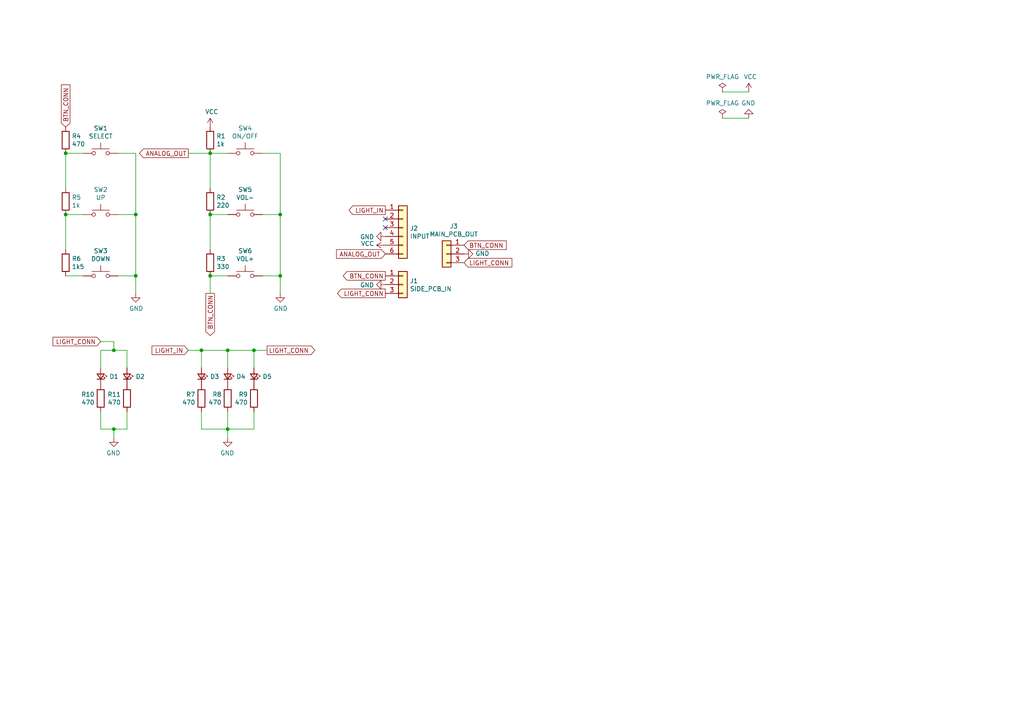
<source format=kicad_sch>
(kicad_sch (version 20230121) (generator eeschema)

  (uuid 5c46f7b7-bcaf-4a97-846b-e5ec103d84bf)

  (paper "A4")

  (lib_symbols
    (symbol "Connector_Generic:Conn_01x03" (pin_names (offset 1.016) hide) (in_bom yes) (on_board yes)
      (property "Reference" "J" (at 0 5.08 0)
        (effects (font (size 1.27 1.27)))
      )
      (property "Value" "Conn_01x03" (at 0 -5.08 0)
        (effects (font (size 1.27 1.27)))
      )
      (property "Footprint" "" (at 0 0 0)
        (effects (font (size 1.27 1.27)) hide)
      )
      (property "Datasheet" "~" (at 0 0 0)
        (effects (font (size 1.27 1.27)) hide)
      )
      (property "ki_keywords" "connector" (at 0 0 0)
        (effects (font (size 1.27 1.27)) hide)
      )
      (property "ki_description" "Generic connector, single row, 01x03, script generated (kicad-library-utils/schlib/autogen/connector/)" (at 0 0 0)
        (effects (font (size 1.27 1.27)) hide)
      )
      (property "ki_fp_filters" "Connector*:*_1x??_*" (at 0 0 0)
        (effects (font (size 1.27 1.27)) hide)
      )
      (symbol "Conn_01x03_1_1"
        (rectangle (start -1.27 -2.413) (end 0 -2.667)
          (stroke (width 0.1524) (type default))
          (fill (type none))
        )
        (rectangle (start -1.27 0.127) (end 0 -0.127)
          (stroke (width 0.1524) (type default))
          (fill (type none))
        )
        (rectangle (start -1.27 2.667) (end 0 2.413)
          (stroke (width 0.1524) (type default))
          (fill (type none))
        )
        (rectangle (start -1.27 3.81) (end 1.27 -3.81)
          (stroke (width 0.254) (type default))
          (fill (type background))
        )
        (pin passive line (at -5.08 2.54 0) (length 3.81)
          (name "Pin_1" (effects (font (size 1.27 1.27))))
          (number "1" (effects (font (size 1.27 1.27))))
        )
        (pin passive line (at -5.08 0 0) (length 3.81)
          (name "Pin_2" (effects (font (size 1.27 1.27))))
          (number "2" (effects (font (size 1.27 1.27))))
        )
        (pin passive line (at -5.08 -2.54 0) (length 3.81)
          (name "Pin_3" (effects (font (size 1.27 1.27))))
          (number "3" (effects (font (size 1.27 1.27))))
        )
      )
    )
    (symbol "Connector_Generic:Conn_01x06" (pin_names (offset 1.016) hide) (in_bom yes) (on_board yes)
      (property "Reference" "J" (at 0 7.62 0)
        (effects (font (size 1.27 1.27)))
      )
      (property "Value" "Conn_01x06" (at 0 -10.16 0)
        (effects (font (size 1.27 1.27)))
      )
      (property "Footprint" "" (at 0 0 0)
        (effects (font (size 1.27 1.27)) hide)
      )
      (property "Datasheet" "~" (at 0 0 0)
        (effects (font (size 1.27 1.27)) hide)
      )
      (property "ki_keywords" "connector" (at 0 0 0)
        (effects (font (size 1.27 1.27)) hide)
      )
      (property "ki_description" "Generic connector, single row, 01x06, script generated (kicad-library-utils/schlib/autogen/connector/)" (at 0 0 0)
        (effects (font (size 1.27 1.27)) hide)
      )
      (property "ki_fp_filters" "Connector*:*_1x??_*" (at 0 0 0)
        (effects (font (size 1.27 1.27)) hide)
      )
      (symbol "Conn_01x06_1_1"
        (rectangle (start -1.27 -7.493) (end 0 -7.747)
          (stroke (width 0.1524) (type default))
          (fill (type none))
        )
        (rectangle (start -1.27 -4.953) (end 0 -5.207)
          (stroke (width 0.1524) (type default))
          (fill (type none))
        )
        (rectangle (start -1.27 -2.413) (end 0 -2.667)
          (stroke (width 0.1524) (type default))
          (fill (type none))
        )
        (rectangle (start -1.27 0.127) (end 0 -0.127)
          (stroke (width 0.1524) (type default))
          (fill (type none))
        )
        (rectangle (start -1.27 2.667) (end 0 2.413)
          (stroke (width 0.1524) (type default))
          (fill (type none))
        )
        (rectangle (start -1.27 5.207) (end 0 4.953)
          (stroke (width 0.1524) (type default))
          (fill (type none))
        )
        (rectangle (start -1.27 6.35) (end 1.27 -8.89)
          (stroke (width 0.254) (type default))
          (fill (type background))
        )
        (pin passive line (at -5.08 5.08 0) (length 3.81)
          (name "Pin_1" (effects (font (size 1.27 1.27))))
          (number "1" (effects (font (size 1.27 1.27))))
        )
        (pin passive line (at -5.08 2.54 0) (length 3.81)
          (name "Pin_2" (effects (font (size 1.27 1.27))))
          (number "2" (effects (font (size 1.27 1.27))))
        )
        (pin passive line (at -5.08 0 0) (length 3.81)
          (name "Pin_3" (effects (font (size 1.27 1.27))))
          (number "3" (effects (font (size 1.27 1.27))))
        )
        (pin passive line (at -5.08 -2.54 0) (length 3.81)
          (name "Pin_4" (effects (font (size 1.27 1.27))))
          (number "4" (effects (font (size 1.27 1.27))))
        )
        (pin passive line (at -5.08 -5.08 0) (length 3.81)
          (name "Pin_5" (effects (font (size 1.27 1.27))))
          (number "5" (effects (font (size 1.27 1.27))))
        )
        (pin passive line (at -5.08 -7.62 0) (length 3.81)
          (name "Pin_6" (effects (font (size 1.27 1.27))))
          (number "6" (effects (font (size 1.27 1.27))))
        )
      )
    )
    (symbol "Device:LED_Small" (pin_numbers hide) (pin_names (offset 0.254) hide) (in_bom yes) (on_board yes)
      (property "Reference" "D" (at -1.27 3.175 0)
        (effects (font (size 1.27 1.27)) (justify left))
      )
      (property "Value" "LED_Small" (at -4.445 -2.54 0)
        (effects (font (size 1.27 1.27)) (justify left))
      )
      (property "Footprint" "" (at 0 0 90)
        (effects (font (size 1.27 1.27)) hide)
      )
      (property "Datasheet" "~" (at 0 0 90)
        (effects (font (size 1.27 1.27)) hide)
      )
      (property "ki_keywords" "LED diode light-emitting-diode" (at 0 0 0)
        (effects (font (size 1.27 1.27)) hide)
      )
      (property "ki_description" "Light emitting diode, small symbol" (at 0 0 0)
        (effects (font (size 1.27 1.27)) hide)
      )
      (property "ki_fp_filters" "LED* LED_SMD:* LED_THT:*" (at 0 0 0)
        (effects (font (size 1.27 1.27)) hide)
      )
      (symbol "LED_Small_0_1"
        (polyline
          (pts
            (xy -0.762 -1.016)
            (xy -0.762 1.016)
          )
          (stroke (width 0.254) (type default))
          (fill (type none))
        )
        (polyline
          (pts
            (xy 1.016 0)
            (xy -0.762 0)
          )
          (stroke (width 0) (type default))
          (fill (type none))
        )
        (polyline
          (pts
            (xy 0.762 -1.016)
            (xy -0.762 0)
            (xy 0.762 1.016)
            (xy 0.762 -1.016)
          )
          (stroke (width 0.254) (type default))
          (fill (type none))
        )
        (polyline
          (pts
            (xy 0 0.762)
            (xy -0.508 1.27)
            (xy -0.254 1.27)
            (xy -0.508 1.27)
            (xy -0.508 1.016)
          )
          (stroke (width 0) (type default))
          (fill (type none))
        )
        (polyline
          (pts
            (xy 0.508 1.27)
            (xy 0 1.778)
            (xy 0.254 1.778)
            (xy 0 1.778)
            (xy 0 1.524)
          )
          (stroke (width 0) (type default))
          (fill (type none))
        )
      )
      (symbol "LED_Small_1_1"
        (pin passive line (at -2.54 0 0) (length 1.778)
          (name "K" (effects (font (size 1.27 1.27))))
          (number "1" (effects (font (size 1.27 1.27))))
        )
        (pin passive line (at 2.54 0 180) (length 1.778)
          (name "A" (effects (font (size 1.27 1.27))))
          (number "2" (effects (font (size 1.27 1.27))))
        )
      )
    )
    (symbol "Device:R" (pin_numbers hide) (pin_names (offset 0)) (in_bom yes) (on_board yes)
      (property "Reference" "R" (at 2.032 0 90)
        (effects (font (size 1.27 1.27)))
      )
      (property "Value" "R" (at 0 0 90)
        (effects (font (size 1.27 1.27)))
      )
      (property "Footprint" "" (at -1.778 0 90)
        (effects (font (size 1.27 1.27)) hide)
      )
      (property "Datasheet" "~" (at 0 0 0)
        (effects (font (size 1.27 1.27)) hide)
      )
      (property "ki_keywords" "R res resistor" (at 0 0 0)
        (effects (font (size 1.27 1.27)) hide)
      )
      (property "ki_description" "Resistor" (at 0 0 0)
        (effects (font (size 1.27 1.27)) hide)
      )
      (property "ki_fp_filters" "R_*" (at 0 0 0)
        (effects (font (size 1.27 1.27)) hide)
      )
      (symbol "R_0_1"
        (rectangle (start -1.016 -2.54) (end 1.016 2.54)
          (stroke (width 0.254) (type default))
          (fill (type none))
        )
      )
      (symbol "R_1_1"
        (pin passive line (at 0 3.81 270) (length 1.27)
          (name "~" (effects (font (size 1.27 1.27))))
          (number "1" (effects (font (size 1.27 1.27))))
        )
        (pin passive line (at 0 -3.81 90) (length 1.27)
          (name "~" (effects (font (size 1.27 1.27))))
          (number "2" (effects (font (size 1.27 1.27))))
        )
      )
    )
    (symbol "Switch:SW_Push" (pin_numbers hide) (pin_names (offset 1.016) hide) (in_bom yes) (on_board yes)
      (property "Reference" "SW" (at 1.27 2.54 0)
        (effects (font (size 1.27 1.27)) (justify left))
      )
      (property "Value" "SW_Push" (at 0 -1.524 0)
        (effects (font (size 1.27 1.27)))
      )
      (property "Footprint" "" (at 0 5.08 0)
        (effects (font (size 1.27 1.27)) hide)
      )
      (property "Datasheet" "~" (at 0 5.08 0)
        (effects (font (size 1.27 1.27)) hide)
      )
      (property "ki_keywords" "switch normally-open pushbutton push-button" (at 0 0 0)
        (effects (font (size 1.27 1.27)) hide)
      )
      (property "ki_description" "Push button switch, generic, two pins" (at 0 0 0)
        (effects (font (size 1.27 1.27)) hide)
      )
      (symbol "SW_Push_0_1"
        (circle (center -2.032 0) (radius 0.508)
          (stroke (width 0) (type default))
          (fill (type none))
        )
        (polyline
          (pts
            (xy 0 1.27)
            (xy 0 3.048)
          )
          (stroke (width 0) (type default))
          (fill (type none))
        )
        (polyline
          (pts
            (xy 2.54 1.27)
            (xy -2.54 1.27)
          )
          (stroke (width 0) (type default))
          (fill (type none))
        )
        (circle (center 2.032 0) (radius 0.508)
          (stroke (width 0) (type default))
          (fill (type none))
        )
        (pin passive line (at -5.08 0 0) (length 2.54)
          (name "1" (effects (font (size 1.27 1.27))))
          (number "1" (effects (font (size 1.27 1.27))))
        )
        (pin passive line (at 5.08 0 180) (length 2.54)
          (name "2" (effects (font (size 1.27 1.27))))
          (number "2" (effects (font (size 1.27 1.27))))
        )
      )
    )
    (symbol "power:GND" (power) (pin_names (offset 0)) (in_bom yes) (on_board yes)
      (property "Reference" "#PWR" (at 0 -6.35 0)
        (effects (font (size 1.27 1.27)) hide)
      )
      (property "Value" "GND" (at 0 -3.81 0)
        (effects (font (size 1.27 1.27)))
      )
      (property "Footprint" "" (at 0 0 0)
        (effects (font (size 1.27 1.27)) hide)
      )
      (property "Datasheet" "" (at 0 0 0)
        (effects (font (size 1.27 1.27)) hide)
      )
      (property "ki_keywords" "global power" (at 0 0 0)
        (effects (font (size 1.27 1.27)) hide)
      )
      (property "ki_description" "Power symbol creates a global label with name \"GND\" , ground" (at 0 0 0)
        (effects (font (size 1.27 1.27)) hide)
      )
      (symbol "GND_0_1"
        (polyline
          (pts
            (xy 0 0)
            (xy 0 -1.27)
            (xy 1.27 -1.27)
            (xy 0 -2.54)
            (xy -1.27 -1.27)
            (xy 0 -1.27)
          )
          (stroke (width 0) (type default))
          (fill (type none))
        )
      )
      (symbol "GND_1_1"
        (pin power_in line (at 0 0 270) (length 0) hide
          (name "GND" (effects (font (size 1.27 1.27))))
          (number "1" (effects (font (size 1.27 1.27))))
        )
      )
    )
    (symbol "power:PWR_FLAG" (power) (pin_numbers hide) (pin_names (offset 0) hide) (in_bom yes) (on_board yes)
      (property "Reference" "#FLG" (at 0 1.905 0)
        (effects (font (size 1.27 1.27)) hide)
      )
      (property "Value" "PWR_FLAG" (at 0 3.81 0)
        (effects (font (size 1.27 1.27)))
      )
      (property "Footprint" "" (at 0 0 0)
        (effects (font (size 1.27 1.27)) hide)
      )
      (property "Datasheet" "~" (at 0 0 0)
        (effects (font (size 1.27 1.27)) hide)
      )
      (property "ki_keywords" "flag power" (at 0 0 0)
        (effects (font (size 1.27 1.27)) hide)
      )
      (property "ki_description" "Special symbol for telling ERC where power comes from" (at 0 0 0)
        (effects (font (size 1.27 1.27)) hide)
      )
      (symbol "PWR_FLAG_0_0"
        (pin power_out line (at 0 0 90) (length 0)
          (name "pwr" (effects (font (size 1.27 1.27))))
          (number "1" (effects (font (size 1.27 1.27))))
        )
      )
      (symbol "PWR_FLAG_0_1"
        (polyline
          (pts
            (xy 0 0)
            (xy 0 1.27)
            (xy -1.016 1.905)
            (xy 0 2.54)
            (xy 1.016 1.905)
            (xy 0 1.27)
          )
          (stroke (width 0) (type default))
          (fill (type none))
        )
      )
    )
    (symbol "power:VCC" (power) (pin_names (offset 0)) (in_bom yes) (on_board yes)
      (property "Reference" "#PWR" (at 0 -3.81 0)
        (effects (font (size 1.27 1.27)) hide)
      )
      (property "Value" "VCC" (at 0 3.81 0)
        (effects (font (size 1.27 1.27)))
      )
      (property "Footprint" "" (at 0 0 0)
        (effects (font (size 1.27 1.27)) hide)
      )
      (property "Datasheet" "" (at 0 0 0)
        (effects (font (size 1.27 1.27)) hide)
      )
      (property "ki_keywords" "global power" (at 0 0 0)
        (effects (font (size 1.27 1.27)) hide)
      )
      (property "ki_description" "Power symbol creates a global label with name \"VCC\"" (at 0 0 0)
        (effects (font (size 1.27 1.27)) hide)
      )
      (symbol "VCC_0_1"
        (polyline
          (pts
            (xy -0.762 1.27)
            (xy 0 2.54)
          )
          (stroke (width 0) (type default))
          (fill (type none))
        )
        (polyline
          (pts
            (xy 0 0)
            (xy 0 2.54)
          )
          (stroke (width 0) (type default))
          (fill (type none))
        )
        (polyline
          (pts
            (xy 0 2.54)
            (xy 0.762 1.27)
          )
          (stroke (width 0) (type default))
          (fill (type none))
        )
      )
      (symbol "VCC_1_1"
        (pin power_in line (at 0 0 90) (length 0) hide
          (name "VCC" (effects (font (size 1.27 1.27))))
          (number "1" (effects (font (size 1.27 1.27))))
        )
      )
    )
  )

  (junction (at 60.96 62.23) (diameter 0) (color 0 0 0 0)
    (uuid 30688fff-7922-4f65-8766-7173df56b331)
  )
  (junction (at 66.04 101.6) (diameter 0) (color 0 0 0 0)
    (uuid 58a5e321-9313-4afd-8d9f-34243921f88b)
  )
  (junction (at 81.28 80.01) (diameter 0) (color 0 0 0 0)
    (uuid 5d6acad5-1bad-4114-9a3d-59353cddd11a)
  )
  (junction (at 39.37 80.01) (diameter 0) (color 0 0 0 0)
    (uuid 722869a0-26a0-4c2e-a7c2-481134fb0cc0)
  )
  (junction (at 33.02 101.6) (diameter 0) (color 0 0 0 0)
    (uuid 7830b1c5-6c9c-4a97-85af-2ff4e93e9b0a)
  )
  (junction (at 33.02 124.46) (diameter 0) (color 0 0 0 0)
    (uuid 940642c2-06a1-4cb0-9ee3-8703bf241077)
  )
  (junction (at 66.04 124.46) (diameter 0) (color 0 0 0 0)
    (uuid a0a9e296-e218-4c5b-b38f-e3b92528feb1)
  )
  (junction (at 58.42 101.6) (diameter 0) (color 0 0 0 0)
    (uuid a7d57d8f-d49a-4cfb-8788-d800fd054af5)
  )
  (junction (at 81.28 62.23) (diameter 0) (color 0 0 0 0)
    (uuid b5d0bafb-032a-4c1c-bb2f-e561cf64f817)
  )
  (junction (at 19.05 44.45) (diameter 0) (color 0 0 0 0)
    (uuid ce42b075-c655-4ba5-a532-fafd949bbce6)
  )
  (junction (at 39.37 62.23) (diameter 0) (color 0 0 0 0)
    (uuid d52ca676-4b9a-44d6-b928-754fca62afc2)
  )
  (junction (at 73.66 101.6) (diameter 0) (color 0 0 0 0)
    (uuid dbcd31c5-b569-438b-b03e-2910225f6bcb)
  )
  (junction (at 60.96 44.45) (diameter 0) (color 0 0 0 0)
    (uuid e241e5c7-35c6-48a3-a821-68f47a0053cb)
  )
  (junction (at 19.05 62.23) (diameter 0) (color 0 0 0 0)
    (uuid f7e7a3b2-dc00-495b-bd2b-77779a877392)
  )
  (junction (at 60.96 80.01) (diameter 0) (color 0 0 0 0)
    (uuid fe819746-62e5-4e1a-9739-b4bf184fdb22)
  )

  (no_connect (at 111.76 66.04) (uuid 3e1e8de5-0f12-4576-b479-6e4a3846323f))
  (no_connect (at 111.76 63.5) (uuid d80ebb3f-13d8-4492-85a6-dd8bf3d18c26))

  (wire (pts (xy 66.04 101.6) (xy 73.66 101.6))
    (stroke (width 0) (type default))
    (uuid 01122a86-8194-4852-b77d-3f77c29a1376)
  )
  (wire (pts (xy 76.2 44.45) (xy 81.28 44.45))
    (stroke (width 0) (type default))
    (uuid 0f5ac0fd-c497-43cf-9fd1-f1816eff966c)
  )
  (wire (pts (xy 209.55 26.67) (xy 217.17 26.67))
    (stroke (width 0) (type default))
    (uuid 12b3c95e-8ee2-43cc-a378-55a42b147289)
  )
  (wire (pts (xy 19.05 44.45) (xy 19.05 54.61))
    (stroke (width 0) (type default))
    (uuid 131889af-a8db-4dc8-8d75-01e0bfee3048)
  )
  (wire (pts (xy 34.29 80.01) (xy 39.37 80.01))
    (stroke (width 0) (type default))
    (uuid 17dcb8c6-27c7-49d7-8bd5-1894af119559)
  )
  (wire (pts (xy 29.21 106.68) (xy 29.21 101.6))
    (stroke (width 0) (type default))
    (uuid 1bae5ffc-9687-46e3-9ec8-ec2c53597341)
  )
  (wire (pts (xy 33.02 127) (xy 33.02 124.46))
    (stroke (width 0) (type default))
    (uuid 1d815310-5820-4a81-8579-c6ffbc83d1f3)
  )
  (wire (pts (xy 29.21 124.46) (xy 33.02 124.46))
    (stroke (width 0) (type default))
    (uuid 225ac65f-5f4a-4a64-80aa-bc3c59b8dccd)
  )
  (wire (pts (xy 81.28 62.23) (xy 81.28 80.01))
    (stroke (width 0) (type default))
    (uuid 253662af-1cc6-4af9-9115-0dbede9727af)
  )
  (wire (pts (xy 66.04 44.45) (xy 60.96 44.45))
    (stroke (width 0) (type default))
    (uuid 3513ebd7-f211-4a14-964f-7dd64a7e2801)
  )
  (wire (pts (xy 34.29 44.45) (xy 39.37 44.45))
    (stroke (width 0) (type default))
    (uuid 3fb3acb3-1a8f-4b2f-9c36-274886d2c586)
  )
  (wire (pts (xy 24.13 62.23) (xy 19.05 62.23))
    (stroke (width 0) (type default))
    (uuid 43dabe6f-5414-4ded-8eba-a948bd15b911)
  )
  (wire (pts (xy 66.04 62.23) (xy 60.96 62.23))
    (stroke (width 0) (type default))
    (uuid 48fb6b6c-9b27-474e-927f-a9c077b698da)
  )
  (wire (pts (xy 73.66 101.6) (xy 77.47 101.6))
    (stroke (width 0) (type default))
    (uuid 4cb95d40-6e43-4b6b-a8a0-3c00ca6a9564)
  )
  (wire (pts (xy 36.83 124.46) (xy 36.83 119.38))
    (stroke (width 0) (type default))
    (uuid 52c694d1-00d0-4ab9-89e9-39a47b13031c)
  )
  (wire (pts (xy 33.02 99.06) (xy 29.21 99.06))
    (stroke (width 0) (type default))
    (uuid 56757b5c-ebe1-4622-bdd6-94b7456b9808)
  )
  (wire (pts (xy 81.28 44.45) (xy 81.28 62.23))
    (stroke (width 0) (type default))
    (uuid 5bb0cbf7-5f19-46ca-b197-bc912c6a14a5)
  )
  (wire (pts (xy 33.02 99.06) (xy 33.02 101.6))
    (stroke (width 0) (type default))
    (uuid 6143973b-4e2a-449c-a642-b917cc0f9692)
  )
  (wire (pts (xy 76.2 80.01) (xy 81.28 80.01))
    (stroke (width 0) (type default))
    (uuid 6792ca00-7593-4c64-94cf-bc8d72ece7b4)
  )
  (wire (pts (xy 29.21 101.6) (xy 33.02 101.6))
    (stroke (width 0) (type default))
    (uuid 6d260d25-ee4e-4073-b6ba-2c7947d97002)
  )
  (wire (pts (xy 33.02 124.46) (xy 36.83 124.46))
    (stroke (width 0) (type default))
    (uuid 6d663265-439e-4507-9d8c-1f83ad94af7f)
  )
  (wire (pts (xy 58.42 124.46) (xy 66.04 124.46))
    (stroke (width 0) (type default))
    (uuid 706d3bdb-5d79-43eb-a59d-0ad8730e3055)
  )
  (wire (pts (xy 60.96 54.61) (xy 60.96 44.45))
    (stroke (width 0) (type default))
    (uuid 741e1cde-d2c4-4616-83f8-e541c7e04adc)
  )
  (wire (pts (xy 39.37 80.01) (xy 39.37 85.09))
    (stroke (width 0) (type default))
    (uuid 7825f065-6bc3-421e-86d3-fe163c0040dd)
  )
  (wire (pts (xy 60.96 62.23) (xy 60.96 72.39))
    (stroke (width 0) (type default))
    (uuid 7d56a1be-17c9-4b38-96a7-193bd2cee602)
  )
  (wire (pts (xy 60.96 80.01) (xy 66.04 80.01))
    (stroke (width 0) (type default))
    (uuid 8876722d-efa4-40bc-8760-5e6c3bb46f2a)
  )
  (wire (pts (xy 209.55 34.29) (xy 217.17 34.29))
    (stroke (width 0) (type default))
    (uuid 8c9582ec-51d2-4f68-97cc-ba875146cdd3)
  )
  (wire (pts (xy 66.04 124.46) (xy 73.66 124.46))
    (stroke (width 0) (type default))
    (uuid 8f0b9400-cd1d-4dda-a311-86475bca9afc)
  )
  (wire (pts (xy 66.04 124.46) (xy 66.04 127))
    (stroke (width 0) (type default))
    (uuid 910c5bb6-025d-4ac9-bbda-54bb641d9d82)
  )
  (wire (pts (xy 66.04 119.38) (xy 66.04 124.46))
    (stroke (width 0) (type default))
    (uuid 981d5f8d-dfa3-4567-b369-c1d38621b7e2)
  )
  (wire (pts (xy 24.13 80.01) (xy 19.05 80.01))
    (stroke (width 0) (type default))
    (uuid 9b2ea68d-9ecf-4c7e-88b8-8143c6c06ec5)
  )
  (wire (pts (xy 58.42 106.68) (xy 58.42 101.6))
    (stroke (width 0) (type default))
    (uuid 9fdc142f-d2ff-4c75-9c4b-3f6edb347146)
  )
  (wire (pts (xy 39.37 44.45) (xy 39.37 62.23))
    (stroke (width 0) (type default))
    (uuid b3a01ac3-ca98-4e50-ac5e-db6d8e556924)
  )
  (wire (pts (xy 76.2 62.23) (xy 81.28 62.23))
    (stroke (width 0) (type default))
    (uuid b6d460f7-2e88-4439-a5ad-a5fec402850e)
  )
  (wire (pts (xy 60.96 44.45) (xy 54.61 44.45))
    (stroke (width 0) (type default))
    (uuid b94cbb0b-920e-4841-b70b-bdf9de262d04)
  )
  (wire (pts (xy 29.21 119.38) (xy 29.21 124.46))
    (stroke (width 0) (type default))
    (uuid ba927b7a-c15d-4c8a-bb69-ebf791c8af4a)
  )
  (wire (pts (xy 58.42 119.38) (xy 58.42 124.46))
    (stroke (width 0) (type default))
    (uuid bb42e34d-052a-4f2f-84d2-082a479b0323)
  )
  (wire (pts (xy 73.66 124.46) (xy 73.66 119.38))
    (stroke (width 0) (type default))
    (uuid bcd87aa1-bca7-44e2-a2eb-b98903fc1e8e)
  )
  (wire (pts (xy 33.02 101.6) (xy 36.83 101.6))
    (stroke (width 0) (type default))
    (uuid c34419e5-eed3-42df-a5e7-c7aec8f0b4c4)
  )
  (wire (pts (xy 36.83 101.6) (xy 36.83 106.68))
    (stroke (width 0) (type default))
    (uuid cc59ac75-9c93-4de0-8e96-557820685055)
  )
  (wire (pts (xy 34.29 62.23) (xy 39.37 62.23))
    (stroke (width 0) (type default))
    (uuid cd38c166-e57a-4c96-90cf-3a9fa4e6f66e)
  )
  (wire (pts (xy 81.28 80.01) (xy 81.28 85.09))
    (stroke (width 0) (type default))
    (uuid d00fbefe-7ec1-411f-ab7a-a1592faebde0)
  )
  (wire (pts (xy 73.66 101.6) (xy 73.66 106.68))
    (stroke (width 0) (type default))
    (uuid da453bd5-fd25-4bbb-bf4b-bbb18c1687d7)
  )
  (wire (pts (xy 54.61 101.6) (xy 58.42 101.6))
    (stroke (width 0) (type default))
    (uuid e322c014-9df5-4ca1-b54d-937074db1c56)
  )
  (wire (pts (xy 39.37 62.23) (xy 39.37 80.01))
    (stroke (width 0) (type default))
    (uuid e8db5b1b-0fa6-41ad-8adc-9b4a6d9952f3)
  )
  (wire (pts (xy 24.13 44.45) (xy 19.05 44.45))
    (stroke (width 0) (type default))
    (uuid eed210d8-5020-4c72-9fd9-36955c436d75)
  )
  (wire (pts (xy 66.04 106.68) (xy 66.04 101.6))
    (stroke (width 0) (type default))
    (uuid ef9502a7-d47b-4227-8c0b-805a34d2ee5b)
  )
  (wire (pts (xy 60.96 80.01) (xy 60.96 85.09))
    (stroke (width 0) (type default))
    (uuid f1654da0-5320-420a-b4f1-d76da30fb9ad)
  )
  (wire (pts (xy 19.05 62.23) (xy 19.05 72.39))
    (stroke (width 0) (type default))
    (uuid f77a32e7-5656-4234-bdba-482ac7d78685)
  )
  (wire (pts (xy 58.42 101.6) (xy 66.04 101.6))
    (stroke (width 0) (type default))
    (uuid f9da4615-2d6e-4900-bdf2-74c039859b16)
  )

  (global_label "LIGHT_IN" (shape output) (at 111.76 60.96 180)
    (effects (font (size 1.27 1.27)) (justify right))
    (uuid 10b6197c-c1dc-42fb-9fc6-af310112117d)
    (property "Intersheetrefs" "${INTERSHEET_REFS}" (at 111.76 60.96 0)
      (effects (font (size 1.27 1.27)) hide)
    )
  )
  (global_label "BTN_CONN" (shape output) (at 60.96 85.09 270)
    (effects (font (size 1.27 1.27)) (justify right))
    (uuid 354807fb-0000-4e01-be8a-d09614cd68c0)
    (property "Intersheetrefs" "${INTERSHEET_REFS}" (at 60.96 85.09 0)
      (effects (font (size 1.27 1.27)) hide)
    )
  )
  (global_label "BTN_CONN" (shape output) (at 111.76 80.01 180)
    (effects (font (size 1.27 1.27)) (justify right))
    (uuid 49821aac-072f-474b-8405-a0288ba2382c)
    (property "Intersheetrefs" "${INTERSHEET_REFS}" (at 111.76 80.01 0)
      (effects (font (size 1.27 1.27)) hide)
    )
  )
  (global_label "BTN_CONN" (shape input) (at 134.62 71.12 0)
    (effects (font (size 1.27 1.27)) (justify left))
    (uuid 4e8b03b7-c24e-428e-bb88-d04ad8d75083)
    (property "Intersheetrefs" "${INTERSHEET_REFS}" (at 134.62 71.12 0)
      (effects (font (size 1.27 1.27)) hide)
    )
  )
  (global_label "LIGHT_CONN" (shape output) (at 111.76 85.09 180)
    (effects (font (size 1.27 1.27)) (justify right))
    (uuid 50aee363-2023-446e-ab86-868d72128d14)
    (property "Intersheetrefs" "${INTERSHEET_REFS}" (at 111.76 85.09 0)
      (effects (font (size 1.27 1.27)) hide)
    )
  )
  (global_label "ANALOG_OUT" (shape input) (at 111.76 73.66 180)
    (effects (font (size 1.27 1.27)) (justify right))
    (uuid 51f73ee0-99a7-40b0-9fb0-d8ddc2f7d74a)
    (property "Intersheetrefs" "${INTERSHEET_REFS}" (at 111.76 73.66 0)
      (effects (font (size 1.27 1.27)) hide)
    )
  )
  (global_label "LIGHT_CONN" (shape input) (at 29.21 99.06 180)
    (effects (font (size 1.27 1.27)) (justify right))
    (uuid 6404e04e-3506-4161-8c6b-3c66e1ae2646)
    (property "Intersheetrefs" "${INTERSHEET_REFS}" (at 29.21 99.06 0)
      (effects (font (size 1.27 1.27)) hide)
    )
  )
  (global_label "BTN_CONN" (shape input) (at 19.05 36.83 90)
    (effects (font (size 1.27 1.27)) (justify left))
    (uuid 72ccced2-1637-4888-9e05-e1ae9ab2a4d2)
    (property "Intersheetrefs" "${INTERSHEET_REFS}" (at 19.05 36.83 0)
      (effects (font (size 1.27 1.27)) hide)
    )
  )
  (global_label "ANALOG_OUT" (shape output) (at 54.61 44.45 180)
    (effects (font (size 1.27 1.27)) (justify right))
    (uuid 73c15e9a-c3e4-4413-892a-69da69babc34)
    (property "Intersheetrefs" "${INTERSHEET_REFS}" (at 54.61 44.45 0)
      (effects (font (size 1.27 1.27)) hide)
    )
  )
  (global_label "LIGHT_IN" (shape input) (at 54.61 101.6 180)
    (effects (font (size 1.27 1.27)) (justify right))
    (uuid 75191fe5-ac0b-442d-bffc-4d21e67cf6f8)
    (property "Intersheetrefs" "${INTERSHEET_REFS}" (at 54.61 101.6 0)
      (effects (font (size 1.27 1.27)) hide)
    )
  )
  (global_label "LIGHT_CONN" (shape output) (at 77.47 101.6 0)
    (effects (font (size 1.27 1.27)) (justify left))
    (uuid e9d90ae1-ca36-4ee7-ae6f-3701a394608c)
    (property "Intersheetrefs" "${INTERSHEET_REFS}" (at 77.47 101.6 0)
      (effects (font (size 1.27 1.27)) hide)
    )
  )
  (global_label "LIGHT_CONN" (shape input) (at 134.62 76.2 0)
    (effects (font (size 1.27 1.27)) (justify left))
    (uuid f37c27f4-daec-460f-9167-2b530d2b5c58)
    (property "Intersheetrefs" "${INTERSHEET_REFS}" (at 134.62 76.2 0)
      (effects (font (size 1.27 1.27)) hide)
    )
  )

  (symbol (lib_id "Switch:SW_Push") (at 29.21 44.45 0) (unit 1)
    (in_bom yes) (on_board yes) (dnp no)
    (uuid 00000000-0000-0000-0000-00005f823dc6)
    (property "Reference" "SW1" (at 29.21 37.211 0)
      (effects (font (size 1.27 1.27)))
    )
    (property "Value" "SELECT" (at 29.21 39.5224 0)
      (effects (font (size 1.27 1.27)))
    )
    (property "Footprint" "Button_Switch_THT:SW_PUSH_6mm" (at 29.21 39.37 0)
      (effects (font (size 1.27 1.27)) hide)
    )
    (property "Datasheet" "~" (at 29.21 39.37 0)
      (effects (font (size 1.27 1.27)) hide)
    )
    (pin "1" (uuid 5b2f89ab-0ee3-4dc0-9169-c0f73ccddf3c))
    (pin "2" (uuid 502b504d-aa8c-47bf-8a13-0ff465b2ab22))
    (instances
      (project "toyota-resistance-remote-control"
        (path "/5c46f7b7-bcaf-4a97-846b-e5ec103d84bf"
          (reference "SW1") (unit 1)
        )
      )
    )
  )

  (symbol (lib_id "Switch:SW_Push") (at 29.21 62.23 0) (unit 1)
    (in_bom yes) (on_board yes) (dnp no)
    (uuid 00000000-0000-0000-0000-00005f824002)
    (property "Reference" "SW2" (at 29.21 54.991 0)
      (effects (font (size 1.27 1.27)))
    )
    (property "Value" "UP" (at 29.21 57.3024 0)
      (effects (font (size 1.27 1.27)))
    )
    (property "Footprint" "Button_Switch_THT:SW_PUSH_6mm" (at 29.21 57.15 0)
      (effects (font (size 1.27 1.27)) hide)
    )
    (property "Datasheet" "~" (at 29.21 57.15 0)
      (effects (font (size 1.27 1.27)) hide)
    )
    (pin "1" (uuid b790a365-f020-46d9-aced-5459068cdb01))
    (pin "2" (uuid 859c1074-de13-4028-918a-8a045326caed))
    (instances
      (project "toyota-resistance-remote-control"
        (path "/5c46f7b7-bcaf-4a97-846b-e5ec103d84bf"
          (reference "SW2") (unit 1)
        )
      )
    )
  )

  (symbol (lib_id "Switch:SW_Push") (at 29.21 80.01 0) (unit 1)
    (in_bom yes) (on_board yes) (dnp no)
    (uuid 00000000-0000-0000-0000-00005f824466)
    (property "Reference" "SW3" (at 29.21 72.771 0)
      (effects (font (size 1.27 1.27)))
    )
    (property "Value" "DOWN" (at 29.21 75.0824 0)
      (effects (font (size 1.27 1.27)))
    )
    (property "Footprint" "Button_Switch_THT:SW_PUSH_6mm" (at 29.21 74.93 0)
      (effects (font (size 1.27 1.27)) hide)
    )
    (property "Datasheet" "~" (at 29.21 74.93 0)
      (effects (font (size 1.27 1.27)) hide)
    )
    (pin "1" (uuid 8c8025a8-024e-445c-998a-ed56550e1a8b))
    (pin "2" (uuid 17a396fb-01ae-407c-af8b-a3fdaa5ffcfd))
    (instances
      (project "toyota-resistance-remote-control"
        (path "/5c46f7b7-bcaf-4a97-846b-e5ec103d84bf"
          (reference "SW3") (unit 1)
        )
      )
    )
  )

  (symbol (lib_id "Switch:SW_Push") (at 71.12 44.45 0) (unit 1)
    (in_bom yes) (on_board yes) (dnp no)
    (uuid 00000000-0000-0000-0000-00005f8249da)
    (property "Reference" "SW4" (at 71.12 37.211 0)
      (effects (font (size 1.27 1.27)))
    )
    (property "Value" "ON/OFF" (at 71.12 39.5224 0)
      (effects (font (size 1.27 1.27)))
    )
    (property "Footprint" "Button_Switch_THT:SW_PUSH_6mm" (at 71.12 39.37 0)
      (effects (font (size 1.27 1.27)) hide)
    )
    (property "Datasheet" "~" (at 71.12 39.37 0)
      (effects (font (size 1.27 1.27)) hide)
    )
    (pin "1" (uuid 627e0e7f-ed6f-468c-98af-6c4f76de6b32))
    (pin "2" (uuid 48f44404-828d-4b60-aa7a-c28fce0f037c))
    (instances
      (project "toyota-resistance-remote-control"
        (path "/5c46f7b7-bcaf-4a97-846b-e5ec103d84bf"
          (reference "SW4") (unit 1)
        )
      )
    )
  )

  (symbol (lib_id "Switch:SW_Push") (at 71.12 62.23 0) (unit 1)
    (in_bom yes) (on_board yes) (dnp no)
    (uuid 00000000-0000-0000-0000-00005f824cc7)
    (property "Reference" "SW5" (at 71.12 54.991 0)
      (effects (font (size 1.27 1.27)))
    )
    (property "Value" "VOL-" (at 71.12 57.3024 0)
      (effects (font (size 1.27 1.27)))
    )
    (property "Footprint" "Button_Switch_THT:SW_PUSH_6mm" (at 71.12 57.15 0)
      (effects (font (size 1.27 1.27)) hide)
    )
    (property "Datasheet" "~" (at 71.12 57.15 0)
      (effects (font (size 1.27 1.27)) hide)
    )
    (pin "1" (uuid a2849dee-b9c4-4a61-9179-65d48c84ab84))
    (pin "2" (uuid 323345ad-eb11-4ac5-becc-3bfddce8fd38))
    (instances
      (project "toyota-resistance-remote-control"
        (path "/5c46f7b7-bcaf-4a97-846b-e5ec103d84bf"
          (reference "SW5") (unit 1)
        )
      )
    )
  )

  (symbol (lib_id "Switch:SW_Push") (at 71.12 80.01 0) (unit 1)
    (in_bom yes) (on_board yes) (dnp no)
    (uuid 00000000-0000-0000-0000-00005f824f6f)
    (property "Reference" "SW6" (at 71.12 72.771 0)
      (effects (font (size 1.27 1.27)))
    )
    (property "Value" "VOL+" (at 71.12 75.0824 0)
      (effects (font (size 1.27 1.27)))
    )
    (property "Footprint" "Button_Switch_THT:SW_PUSH_6mm" (at 71.12 74.93 0)
      (effects (font (size 1.27 1.27)) hide)
    )
    (property "Datasheet" "~" (at 71.12 74.93 0)
      (effects (font (size 1.27 1.27)) hide)
    )
    (pin "1" (uuid e149b8d7-f10a-435c-952c-45af40caae44))
    (pin "2" (uuid c5d3fc66-d07a-4db2-92c8-72be2df6955e))
    (instances
      (project "toyota-resistance-remote-control"
        (path "/5c46f7b7-bcaf-4a97-846b-e5ec103d84bf"
          (reference "SW6") (unit 1)
        )
      )
    )
  )

  (symbol (lib_id "Device:R") (at 19.05 40.64 180) (unit 1)
    (in_bom yes) (on_board yes) (dnp no)
    (uuid 00000000-0000-0000-0000-00005f82522e)
    (property "Reference" "R4" (at 20.828 39.4716 0)
      (effects (font (size 1.27 1.27)) (justify right))
    )
    (property "Value" "470" (at 20.828 41.783 0)
      (effects (font (size 1.27 1.27)) (justify right))
    )
    (property "Footprint" "Resistor_SMD:R_1206_3216Metric_Pad1.42x1.75mm_HandSolder" (at 20.828 40.64 90)
      (effects (font (size 1.27 1.27)) hide)
    )
    (property "Datasheet" "~" (at 19.05 40.64 0)
      (effects (font (size 1.27 1.27)) hide)
    )
    (pin "1" (uuid 9c964425-f044-48bc-8505-b5a2b49d84e6))
    (pin "2" (uuid 2740e113-674c-4ffb-b957-4a71519cae72))
    (instances
      (project "toyota-resistance-remote-control"
        (path "/5c46f7b7-bcaf-4a97-846b-e5ec103d84bf"
          (reference "R4") (unit 1)
        )
      )
    )
  )

  (symbol (lib_id "Device:R") (at 19.05 58.42 0) (unit 1)
    (in_bom yes) (on_board yes) (dnp no)
    (uuid 00000000-0000-0000-0000-00005f8256db)
    (property "Reference" "R5" (at 20.828 57.2516 0)
      (effects (font (size 1.27 1.27)) (justify left))
    )
    (property "Value" "1k" (at 20.828 59.563 0)
      (effects (font (size 1.27 1.27)) (justify left))
    )
    (property "Footprint" "Resistor_SMD:R_1206_3216Metric_Pad1.42x1.75mm_HandSolder" (at 17.272 58.42 90)
      (effects (font (size 1.27 1.27)) hide)
    )
    (property "Datasheet" "~" (at 19.05 58.42 0)
      (effects (font (size 1.27 1.27)) hide)
    )
    (pin "1" (uuid b0491667-d212-4331-aad6-d023d20c13a6))
    (pin "2" (uuid b26afaac-0bfe-42e7-b01b-c2544b998c20))
    (instances
      (project "toyota-resistance-remote-control"
        (path "/5c46f7b7-bcaf-4a97-846b-e5ec103d84bf"
          (reference "R5") (unit 1)
        )
      )
    )
  )

  (symbol (lib_id "Device:R") (at 19.05 76.2 0) (unit 1)
    (in_bom yes) (on_board yes) (dnp no)
    (uuid 00000000-0000-0000-0000-00005f8258ea)
    (property "Reference" "R6" (at 20.828 75.0316 0)
      (effects (font (size 1.27 1.27)) (justify left))
    )
    (property "Value" "1k5" (at 20.828 77.343 0)
      (effects (font (size 1.27 1.27)) (justify left))
    )
    (property "Footprint" "Resistor_SMD:R_1206_3216Metric_Pad1.42x1.75mm_HandSolder" (at 17.272 76.2 90)
      (effects (font (size 1.27 1.27)) hide)
    )
    (property "Datasheet" "~" (at 19.05 76.2 0)
      (effects (font (size 1.27 1.27)) hide)
    )
    (pin "1" (uuid 7e2a0ad3-ab8f-4130-b34f-7860851f7de2))
    (pin "2" (uuid a43e8ed5-335a-4eb7-b710-c13a71f46551))
    (instances
      (project "toyota-resistance-remote-control"
        (path "/5c46f7b7-bcaf-4a97-846b-e5ec103d84bf"
          (reference "R6") (unit 1)
        )
      )
    )
  )

  (symbol (lib_id "Device:R") (at 60.96 40.64 0) (unit 1)
    (in_bom yes) (on_board yes) (dnp no)
    (uuid 00000000-0000-0000-0000-00005f825acf)
    (property "Reference" "R1" (at 62.738 39.4716 0)
      (effects (font (size 1.27 1.27)) (justify left))
    )
    (property "Value" "1k" (at 62.738 41.783 0)
      (effects (font (size 1.27 1.27)) (justify left))
    )
    (property "Footprint" "Resistor_SMD:R_1206_3216Metric_Pad1.42x1.75mm_HandSolder" (at 59.182 40.64 90)
      (effects (font (size 1.27 1.27)) hide)
    )
    (property "Datasheet" "~" (at 60.96 40.64 0)
      (effects (font (size 1.27 1.27)) hide)
    )
    (pin "1" (uuid cf2c8e61-b284-4f87-be34-d9c7fa8fe955))
    (pin "2" (uuid d9f66db1-4050-4de8-8855-988bdbe833ba))
    (instances
      (project "toyota-resistance-remote-control"
        (path "/5c46f7b7-bcaf-4a97-846b-e5ec103d84bf"
          (reference "R1") (unit 1)
        )
      )
    )
  )

  (symbol (lib_id "Device:R") (at 60.96 58.42 0) (unit 1)
    (in_bom yes) (on_board yes) (dnp no)
    (uuid 00000000-0000-0000-0000-00005f825d09)
    (property "Reference" "R2" (at 62.738 57.2516 0)
      (effects (font (size 1.27 1.27)) (justify left))
    )
    (property "Value" "220" (at 62.738 59.563 0)
      (effects (font (size 1.27 1.27)) (justify left))
    )
    (property "Footprint" "Resistor_SMD:R_1206_3216Metric_Pad1.42x1.75mm_HandSolder" (at 59.182 58.42 90)
      (effects (font (size 1.27 1.27)) hide)
    )
    (property "Datasheet" "~" (at 60.96 58.42 0)
      (effects (font (size 1.27 1.27)) hide)
    )
    (pin "1" (uuid ebd4378a-2248-4dda-9bd3-c3c89edbb4c8))
    (pin "2" (uuid 759ce928-85ae-48a8-aa0b-2c45bb0e5ebe))
    (instances
      (project "toyota-resistance-remote-control"
        (path "/5c46f7b7-bcaf-4a97-846b-e5ec103d84bf"
          (reference "R2") (unit 1)
        )
      )
    )
  )

  (symbol (lib_id "Device:R") (at 60.96 76.2 0) (unit 1)
    (in_bom yes) (on_board yes) (dnp no)
    (uuid 00000000-0000-0000-0000-00005f826001)
    (property "Reference" "R3" (at 62.738 75.0316 0)
      (effects (font (size 1.27 1.27)) (justify left))
    )
    (property "Value" "330" (at 62.738 77.343 0)
      (effects (font (size 1.27 1.27)) (justify left))
    )
    (property "Footprint" "Resistor_SMD:R_1206_3216Metric_Pad1.42x1.75mm_HandSolder" (at 59.182 76.2 90)
      (effects (font (size 1.27 1.27)) hide)
    )
    (property "Datasheet" "~" (at 60.96 76.2 0)
      (effects (font (size 1.27 1.27)) hide)
    )
    (pin "1" (uuid 66722a35-c184-458b-ba1e-3f258892a181))
    (pin "2" (uuid 07b022ac-25e3-4983-8716-04ed0fd8ad77))
    (instances
      (project "toyota-resistance-remote-control"
        (path "/5c46f7b7-bcaf-4a97-846b-e5ec103d84bf"
          (reference "R3") (unit 1)
        )
      )
    )
  )

  (symbol (lib_id "Device:LED_Small") (at 29.21 109.22 270) (mirror x) (unit 1)
    (in_bom yes) (on_board yes) (dnp no)
    (uuid 00000000-0000-0000-0000-00005f8263e1)
    (property "Reference" "D1" (at 31.6992 109.22 90)
      (effects (font (size 1.27 1.27)) (justify left))
    )
    (property "Value" "LED_Small" (at 32.8676 109.22 0)
      (effects (font (size 1.27 1.27)) hide)
    )
    (property "Footprint" "LED_THT:LED_D3.0mm" (at 29.21 109.22 90)
      (effects (font (size 1.27 1.27)) hide)
    )
    (property "Datasheet" "~" (at 29.21 109.22 90)
      (effects (font (size 1.27 1.27)) hide)
    )
    (pin "1" (uuid 5f80ef0d-16fc-41c9-87da-51782978280f))
    (pin "2" (uuid 5ef45b8d-a493-4bad-b396-009246878423))
    (instances
      (project "toyota-resistance-remote-control"
        (path "/5c46f7b7-bcaf-4a97-846b-e5ec103d84bf"
          (reference "D1") (unit 1)
        )
      )
    )
  )

  (symbol (lib_id "Device:LED_Small") (at 36.83 109.22 270) (mirror x) (unit 1)
    (in_bom yes) (on_board yes) (dnp no)
    (uuid 00000000-0000-0000-0000-00005f8271db)
    (property "Reference" "D2" (at 39.3192 109.22 90)
      (effects (font (size 1.27 1.27)) (justify left))
    )
    (property "Value" "LED_Small" (at 40.4876 109.22 0)
      (effects (font (size 1.27 1.27)) hide)
    )
    (property "Footprint" "LED_THT:LED_D3.0mm" (at 36.83 109.22 90)
      (effects (font (size 1.27 1.27)) hide)
    )
    (property "Datasheet" "~" (at 36.83 109.22 90)
      (effects (font (size 1.27 1.27)) hide)
    )
    (pin "1" (uuid 1cff1db8-eacd-4a0b-806d-c4089f955e21))
    (pin "2" (uuid ba6d41fb-8ea9-47c9-899c-057e6858f956))
    (instances
      (project "toyota-resistance-remote-control"
        (path "/5c46f7b7-bcaf-4a97-846b-e5ec103d84bf"
          (reference "D2") (unit 1)
        )
      )
    )
  )

  (symbol (lib_id "Device:LED_Small") (at 58.42 109.22 270) (mirror x) (unit 1)
    (in_bom yes) (on_board yes) (dnp no)
    (uuid 00000000-0000-0000-0000-00005f827d09)
    (property "Reference" "D3" (at 60.9092 109.22 90)
      (effects (font (size 1.27 1.27)) (justify left))
    )
    (property "Value" "LED_Small" (at 62.0776 109.22 0)
      (effects (font (size 1.27 1.27)) hide)
    )
    (property "Footprint" "LED_THT:LED_D3.0mm" (at 58.42 109.22 90)
      (effects (font (size 1.27 1.27)) hide)
    )
    (property "Datasheet" "~" (at 58.42 109.22 90)
      (effects (font (size 1.27 1.27)) hide)
    )
    (pin "1" (uuid 4e6023d6-fe0b-46d8-96f2-731845eba217))
    (pin "2" (uuid 254173b2-23ed-4a30-b9d0-22d28882d9bc))
    (instances
      (project "toyota-resistance-remote-control"
        (path "/5c46f7b7-bcaf-4a97-846b-e5ec103d84bf"
          (reference "D3") (unit 1)
        )
      )
    )
  )

  (symbol (lib_id "Device:LED_Small") (at 66.04 109.22 270) (mirror x) (unit 1)
    (in_bom yes) (on_board yes) (dnp no)
    (uuid 00000000-0000-0000-0000-00005f82806f)
    (property "Reference" "D4" (at 68.5292 109.22 90)
      (effects (font (size 1.27 1.27)) (justify left))
    )
    (property "Value" "LED_Small" (at 69.6976 109.22 0)
      (effects (font (size 1.27 1.27)) hide)
    )
    (property "Footprint" "LED_THT:LED_D3.0mm" (at 66.04 109.22 90)
      (effects (font (size 1.27 1.27)) hide)
    )
    (property "Datasheet" "~" (at 66.04 109.22 90)
      (effects (font (size 1.27 1.27)) hide)
    )
    (pin "1" (uuid b8f5583c-09e0-4ff0-8b2c-203a009e6f24))
    (pin "2" (uuid 37a47d41-0f82-49ee-9f47-e4168ebd5d5f))
    (instances
      (project "toyota-resistance-remote-control"
        (path "/5c46f7b7-bcaf-4a97-846b-e5ec103d84bf"
          (reference "D4") (unit 1)
        )
      )
    )
  )

  (symbol (lib_id "Device:LED_Small") (at 73.66 109.22 270) (mirror x) (unit 1)
    (in_bom yes) (on_board yes) (dnp no)
    (uuid 00000000-0000-0000-0000-00005f8282f6)
    (property "Reference" "D5" (at 76.1492 109.22 90)
      (effects (font (size 1.27 1.27)) (justify left))
    )
    (property "Value" "LED_Small" (at 77.3176 109.22 0)
      (effects (font (size 1.27 1.27)) hide)
    )
    (property "Footprint" "LED_THT:LED_D3.0mm" (at 73.66 109.22 90)
      (effects (font (size 1.27 1.27)) hide)
    )
    (property "Datasheet" "~" (at 73.66 109.22 90)
      (effects (font (size 1.27 1.27)) hide)
    )
    (pin "1" (uuid 610017fd-ca48-4177-af0a-df53b11007fe))
    (pin "2" (uuid a17001c3-b745-4013-afb0-793f2c243b36))
    (instances
      (project "toyota-resistance-remote-control"
        (path "/5c46f7b7-bcaf-4a97-846b-e5ec103d84bf"
          (reference "D5") (unit 1)
        )
      )
    )
  )

  (symbol (lib_id "Device:R") (at 29.21 115.57 0) (mirror x) (unit 1)
    (in_bom yes) (on_board yes) (dnp no)
    (uuid 00000000-0000-0000-0000-00005f828594)
    (property "Reference" "R10" (at 27.4574 114.4016 0)
      (effects (font (size 1.27 1.27)) (justify right))
    )
    (property "Value" "470" (at 27.4574 116.713 0)
      (effects (font (size 1.27 1.27)) (justify right))
    )
    (property "Footprint" "Resistor_SMD:R_1206_3216Metric_Pad1.42x1.75mm_HandSolder" (at 27.432 115.57 90)
      (effects (font (size 1.27 1.27)) hide)
    )
    (property "Datasheet" "~" (at 29.21 115.57 0)
      (effects (font (size 1.27 1.27)) hide)
    )
    (pin "1" (uuid 9b2ec79c-7246-4ae1-a6b8-d084205b1b83))
    (pin "2" (uuid e2ead638-6cad-4f15-8e78-a2b64bdb1be4))
    (instances
      (project "toyota-resistance-remote-control"
        (path "/5c46f7b7-bcaf-4a97-846b-e5ec103d84bf"
          (reference "R10") (unit 1)
        )
      )
    )
  )

  (symbol (lib_id "Device:R") (at 36.83 115.57 0) (mirror x) (unit 1)
    (in_bom yes) (on_board yes) (dnp no)
    (uuid 00000000-0000-0000-0000-00005f828b17)
    (property "Reference" "R11" (at 35.0774 114.4016 0)
      (effects (font (size 1.27 1.27)) (justify right))
    )
    (property "Value" "470" (at 35.0774 116.713 0)
      (effects (font (size 1.27 1.27)) (justify right))
    )
    (property "Footprint" "Resistor_SMD:R_1206_3216Metric_Pad1.42x1.75mm_HandSolder" (at 35.052 115.57 90)
      (effects (font (size 1.27 1.27)) hide)
    )
    (property "Datasheet" "~" (at 36.83 115.57 0)
      (effects (font (size 1.27 1.27)) hide)
    )
    (pin "1" (uuid 8cbf6e28-0056-4bc9-8da9-e300698b37ac))
    (pin "2" (uuid 9406b30c-3685-4c4a-8276-5d188ba7dfb9))
    (instances
      (project "toyota-resistance-remote-control"
        (path "/5c46f7b7-bcaf-4a97-846b-e5ec103d84bf"
          (reference "R11") (unit 1)
        )
      )
    )
  )

  (symbol (lib_id "Device:R") (at 58.42 115.57 0) (mirror x) (unit 1)
    (in_bom yes) (on_board yes) (dnp no)
    (uuid 00000000-0000-0000-0000-00005f828d05)
    (property "Reference" "R7" (at 56.6674 114.4016 0)
      (effects (font (size 1.27 1.27)) (justify right))
    )
    (property "Value" "470" (at 56.6674 116.713 0)
      (effects (font (size 1.27 1.27)) (justify right))
    )
    (property "Footprint" "Resistor_SMD:R_1206_3216Metric_Pad1.42x1.75mm_HandSolder" (at 56.642 115.57 90)
      (effects (font (size 1.27 1.27)) hide)
    )
    (property "Datasheet" "~" (at 58.42 115.57 0)
      (effects (font (size 1.27 1.27)) hide)
    )
    (pin "1" (uuid 03adafa4-b3f7-40e5-bcb6-5df6e751b906))
    (pin "2" (uuid 9618a801-79df-4e28-bed4-55a2b50ca1fa))
    (instances
      (project "toyota-resistance-remote-control"
        (path "/5c46f7b7-bcaf-4a97-846b-e5ec103d84bf"
          (reference "R7") (unit 1)
        )
      )
    )
  )

  (symbol (lib_id "Device:R") (at 66.04 115.57 0) (mirror x) (unit 1)
    (in_bom yes) (on_board yes) (dnp no)
    (uuid 00000000-0000-0000-0000-00005f828fa1)
    (property "Reference" "R8" (at 64.2874 114.4016 0)
      (effects (font (size 1.27 1.27)) (justify right))
    )
    (property "Value" "470" (at 64.2874 116.713 0)
      (effects (font (size 1.27 1.27)) (justify right))
    )
    (property "Footprint" "Resistor_SMD:R_1206_3216Metric_Pad1.42x1.75mm_HandSolder" (at 64.262 115.57 90)
      (effects (font (size 1.27 1.27)) hide)
    )
    (property "Datasheet" "~" (at 66.04 115.57 0)
      (effects (font (size 1.27 1.27)) hide)
    )
    (pin "1" (uuid d5a71c98-314c-495a-9b5f-879d070719e0))
    (pin "2" (uuid 38497423-34f5-44f5-bf38-0d2958984e4a))
    (instances
      (project "toyota-resistance-remote-control"
        (path "/5c46f7b7-bcaf-4a97-846b-e5ec103d84bf"
          (reference "R8") (unit 1)
        )
      )
    )
  )

  (symbol (lib_id "Device:R") (at 73.66 115.57 0) (mirror x) (unit 1)
    (in_bom yes) (on_board yes) (dnp no)
    (uuid 00000000-0000-0000-0000-00005f82919d)
    (property "Reference" "R9" (at 71.9074 114.4016 0)
      (effects (font (size 1.27 1.27)) (justify right))
    )
    (property "Value" "470" (at 71.9074 116.713 0)
      (effects (font (size 1.27 1.27)) (justify right))
    )
    (property "Footprint" "Resistor_SMD:R_1206_3216Metric_Pad1.42x1.75mm_HandSolder" (at 71.882 115.57 90)
      (effects (font (size 1.27 1.27)) hide)
    )
    (property "Datasheet" "~" (at 73.66 115.57 0)
      (effects (font (size 1.27 1.27)) hide)
    )
    (pin "1" (uuid 5687fe61-0e79-460f-8fe9-c7f7abe79173))
    (pin "2" (uuid d504da68-cb8e-4727-b824-ca82e323aa7e))
    (instances
      (project "toyota-resistance-remote-control"
        (path "/5c46f7b7-bcaf-4a97-846b-e5ec103d84bf"
          (reference "R9") (unit 1)
        )
      )
    )
  )

  (symbol (lib_id "Connector_Generic:Conn_01x06") (at 116.84 66.04 0) (unit 1)
    (in_bom yes) (on_board yes) (dnp no)
    (uuid 00000000-0000-0000-0000-00005f82970c)
    (property "Reference" "J2" (at 118.872 66.2432 0)
      (effects (font (size 1.27 1.27)) (justify left))
    )
    (property "Value" "INPUT" (at 118.872 68.5546 0)
      (effects (font (size 1.27 1.27)) (justify left))
    )
    (property "Footprint" "Connector_PinHeader_2.54mm:PinHeader_1x06_P2.54mm_Vertical" (at 116.84 66.04 0)
      (effects (font (size 1.27 1.27)) hide)
    )
    (property "Datasheet" "~" (at 116.84 66.04 0)
      (effects (font (size 1.27 1.27)) hide)
    )
    (pin "1" (uuid 785bdea9-3549-415f-a2d0-9122110de190))
    (pin "2" (uuid 6ff756aa-103e-43aa-97b6-5a83dc87543a))
    (pin "3" (uuid ea147c92-3932-4390-93b4-9d88b234a3d0))
    (pin "4" (uuid e2e28caf-fe63-4b78-a242-70c079877f75))
    (pin "5" (uuid 7648a40b-6914-427e-866b-671eec3e90c4))
    (pin "6" (uuid 24929b76-a065-4157-b6d7-ad8cfde3e473))
    (instances
      (project "toyota-resistance-remote-control"
        (path "/5c46f7b7-bcaf-4a97-846b-e5ec103d84bf"
          (reference "J2") (unit 1)
        )
      )
    )
  )

  (symbol (lib_id "Connector_Generic:Conn_01x03") (at 116.84 82.55 0) (unit 1)
    (in_bom yes) (on_board yes) (dnp no)
    (uuid 00000000-0000-0000-0000-00005f82a35e)
    (property "Reference" "J1" (at 118.872 81.4832 0)
      (effects (font (size 1.27 1.27)) (justify left))
    )
    (property "Value" "SIDE_PCB_IN" (at 118.872 83.7946 0)
      (effects (font (size 1.27 1.27)) (justify left))
    )
    (property "Footprint" "Connector_PinHeader_2.54mm:PinHeader_1x03_P2.54mm_Vertical" (at 116.84 82.55 0)
      (effects (font (size 1.27 1.27)) hide)
    )
    (property "Datasheet" "~" (at 116.84 82.55 0)
      (effects (font (size 1.27 1.27)) hide)
    )
    (pin "1" (uuid 476454ec-b264-41cd-bea6-3dcdeaab7f80))
    (pin "2" (uuid d5f138b3-9572-437e-b897-c2d3699ce763))
    (pin "3" (uuid 8e050a1a-d309-41f5-82ca-4c0de97f157d))
    (instances
      (project "toyota-resistance-remote-control"
        (path "/5c46f7b7-bcaf-4a97-846b-e5ec103d84bf"
          (reference "J1") (unit 1)
        )
      )
    )
  )

  (symbol (lib_id "Connector_Generic:Conn_01x03") (at 129.54 73.66 0) (mirror y) (unit 1)
    (in_bom yes) (on_board yes) (dnp no)
    (uuid 00000000-0000-0000-0000-00005f82aefd)
    (property "Reference" "J3" (at 131.6228 65.6082 0)
      (effects (font (size 1.27 1.27)))
    )
    (property "Value" "MAIN_PCB_OUT" (at 131.6228 67.9196 0)
      (effects (font (size 1.27 1.27)))
    )
    (property "Footprint" "Connector_PinHeader_2.54mm:PinHeader_1x03_P2.54mm_Vertical" (at 129.54 73.66 0)
      (effects (font (size 1.27 1.27)) hide)
    )
    (property "Datasheet" "~" (at 129.54 73.66 0)
      (effects (font (size 1.27 1.27)) hide)
    )
    (pin "1" (uuid 3b5a1579-bf87-4818-aed6-da5409c63cb7))
    (pin "2" (uuid 00d500b1-3c18-4f57-a5c5-efb49605b9d1))
    (pin "3" (uuid 4a760b32-06da-4a9f-a447-47d3d2eadd09))
    (instances
      (project "toyota-resistance-remote-control"
        (path "/5c46f7b7-bcaf-4a97-846b-e5ec103d84bf"
          (reference "J3") (unit 1)
        )
      )
    )
  )

  (symbol (lib_id "power:GND") (at 111.76 68.58 270) (unit 1)
    (in_bom yes) (on_board yes) (dnp no)
    (uuid 00000000-0000-0000-0000-00005f888e25)
    (property "Reference" "#PWR04" (at 105.41 68.58 0)
      (effects (font (size 1.27 1.27)) hide)
    )
    (property "Value" "GND" (at 108.5088 68.707 90)
      (effects (font (size 1.27 1.27)) (justify right))
    )
    (property "Footprint" "" (at 111.76 68.58 0)
      (effects (font (size 1.27 1.27)) hide)
    )
    (property "Datasheet" "" (at 111.76 68.58 0)
      (effects (font (size 1.27 1.27)) hide)
    )
    (pin "1" (uuid 3d05b356-2085-4cf2-a114-f675ba7b08f2))
    (instances
      (project "toyota-resistance-remote-control"
        (path "/5c46f7b7-bcaf-4a97-846b-e5ec103d84bf"
          (reference "#PWR04") (unit 1)
        )
      )
    )
  )

  (symbol (lib_id "power:VCC") (at 111.76 71.12 90) (unit 1)
    (in_bom yes) (on_board yes) (dnp no)
    (uuid 00000000-0000-0000-0000-00005f88a91a)
    (property "Reference" "#PWR05" (at 115.57 71.12 0)
      (effects (font (size 1.27 1.27)) hide)
    )
    (property "Value" "VCC" (at 108.5342 70.6628 90)
      (effects (font (size 1.27 1.27)) (justify left))
    )
    (property "Footprint" "" (at 111.76 71.12 0)
      (effects (font (size 1.27 1.27)) hide)
    )
    (property "Datasheet" "" (at 111.76 71.12 0)
      (effects (font (size 1.27 1.27)) hide)
    )
    (pin "1" (uuid 293308a6-0c75-4db1-a762-88fb183b76c5))
    (instances
      (project "toyota-resistance-remote-control"
        (path "/5c46f7b7-bcaf-4a97-846b-e5ec103d84bf"
          (reference "#PWR05") (unit 1)
        )
      )
    )
  )

  (symbol (lib_id "power:VCC") (at 60.96 36.83 0) (unit 1)
    (in_bom yes) (on_board yes) (dnp no)
    (uuid 00000000-0000-0000-0000-00005f893c5f)
    (property "Reference" "#PWR07" (at 60.96 40.64 0)
      (effects (font (size 1.27 1.27)) hide)
    )
    (property "Value" "VCC" (at 61.3918 32.4358 0)
      (effects (font (size 1.27 1.27)))
    )
    (property "Footprint" "" (at 60.96 36.83 0)
      (effects (font (size 1.27 1.27)) hide)
    )
    (property "Datasheet" "" (at 60.96 36.83 0)
      (effects (font (size 1.27 1.27)) hide)
    )
    (pin "1" (uuid 4a0c269e-3255-49f2-817b-4e9540c132ed))
    (instances
      (project "toyota-resistance-remote-control"
        (path "/5c46f7b7-bcaf-4a97-846b-e5ec103d84bf"
          (reference "#PWR07") (unit 1)
        )
      )
    )
  )

  (symbol (lib_id "power:GND") (at 81.28 85.09 0) (unit 1)
    (in_bom yes) (on_board yes) (dnp no)
    (uuid 00000000-0000-0000-0000-00005f8995b7)
    (property "Reference" "#PWR08" (at 81.28 91.44 0)
      (effects (font (size 1.27 1.27)) hide)
    )
    (property "Value" "GND" (at 81.407 89.4842 0)
      (effects (font (size 1.27 1.27)))
    )
    (property "Footprint" "" (at 81.28 85.09 0)
      (effects (font (size 1.27 1.27)) hide)
    )
    (property "Datasheet" "" (at 81.28 85.09 0)
      (effects (font (size 1.27 1.27)) hide)
    )
    (pin "1" (uuid 636a3899-5a86-4798-86c3-7d8d55ef36c1))
    (instances
      (project "toyota-resistance-remote-control"
        (path "/5c46f7b7-bcaf-4a97-846b-e5ec103d84bf"
          (reference "#PWR08") (unit 1)
        )
      )
    )
  )

  (symbol (lib_id "power:GND") (at 39.37 85.09 0) (unit 1)
    (in_bom yes) (on_board yes) (dnp no)
    (uuid 00000000-0000-0000-0000-00005f89a884)
    (property "Reference" "#PWR02" (at 39.37 91.44 0)
      (effects (font (size 1.27 1.27)) hide)
    )
    (property "Value" "GND" (at 39.497 89.4842 0)
      (effects (font (size 1.27 1.27)))
    )
    (property "Footprint" "" (at 39.37 85.09 0)
      (effects (font (size 1.27 1.27)) hide)
    )
    (property "Datasheet" "" (at 39.37 85.09 0)
      (effects (font (size 1.27 1.27)) hide)
    )
    (pin "1" (uuid 17f410d4-f38f-4ec1-9b4b-e397234e9249))
    (instances
      (project "toyota-resistance-remote-control"
        (path "/5c46f7b7-bcaf-4a97-846b-e5ec103d84bf"
          (reference "#PWR02") (unit 1)
        )
      )
    )
  )

  (symbol (lib_id "power:GND") (at 134.62 73.66 90) (unit 1)
    (in_bom yes) (on_board yes) (dnp no)
    (uuid 00000000-0000-0000-0000-00005f89f53c)
    (property "Reference" "#PWR06" (at 140.97 73.66 0)
      (effects (font (size 1.27 1.27)) hide)
    )
    (property "Value" "GND" (at 137.8712 73.533 90)
      (effects (font (size 1.27 1.27)) (justify right))
    )
    (property "Footprint" "" (at 134.62 73.66 0)
      (effects (font (size 1.27 1.27)) hide)
    )
    (property "Datasheet" "" (at 134.62 73.66 0)
      (effects (font (size 1.27 1.27)) hide)
    )
    (pin "1" (uuid d98dbbed-7bff-4999-bd49-6be11141db0e))
    (instances
      (project "toyota-resistance-remote-control"
        (path "/5c46f7b7-bcaf-4a97-846b-e5ec103d84bf"
          (reference "#PWR06") (unit 1)
        )
      )
    )
  )

  (symbol (lib_id "power:GND") (at 111.76 82.55 270) (unit 1)
    (in_bom yes) (on_board yes) (dnp no)
    (uuid 00000000-0000-0000-0000-00005f89fc54)
    (property "Reference" "#PWR03" (at 105.41 82.55 0)
      (effects (font (size 1.27 1.27)) hide)
    )
    (property "Value" "GND" (at 108.5088 82.677 90)
      (effects (font (size 1.27 1.27)) (justify right))
    )
    (property "Footprint" "" (at 111.76 82.55 0)
      (effects (font (size 1.27 1.27)) hide)
    )
    (property "Datasheet" "" (at 111.76 82.55 0)
      (effects (font (size 1.27 1.27)) hide)
    )
    (pin "1" (uuid 4aec47d0-e51a-4fd0-834f-bc3c97f6503a))
    (instances
      (project "toyota-resistance-remote-control"
        (path "/5c46f7b7-bcaf-4a97-846b-e5ec103d84bf"
          (reference "#PWR03") (unit 1)
        )
      )
    )
  )

  (symbol (lib_id "power:GND") (at 33.02 127 0) (mirror y) (unit 1)
    (in_bom yes) (on_board yes) (dnp no)
    (uuid 00000000-0000-0000-0000-00005f8a099b)
    (property "Reference" "#PWR01" (at 33.02 133.35 0)
      (effects (font (size 1.27 1.27)) hide)
    )
    (property "Value" "GND" (at 32.893 131.3942 0)
      (effects (font (size 1.27 1.27)))
    )
    (property "Footprint" "" (at 33.02 127 0)
      (effects (font (size 1.27 1.27)) hide)
    )
    (property "Datasheet" "" (at 33.02 127 0)
      (effects (font (size 1.27 1.27)) hide)
    )
    (pin "1" (uuid efa843a3-cbc6-41f8-8788-83498ff0353e))
    (instances
      (project "toyota-resistance-remote-control"
        (path "/5c46f7b7-bcaf-4a97-846b-e5ec103d84bf"
          (reference "#PWR01") (unit 1)
        )
      )
    )
  )

  (symbol (lib_id "power:GND") (at 66.04 127 0) (mirror y) (unit 1)
    (in_bom yes) (on_board yes) (dnp no)
    (uuid 00000000-0000-0000-0000-00005f8a142d)
    (property "Reference" "#PWR09" (at 66.04 133.35 0)
      (effects (font (size 1.27 1.27)) hide)
    )
    (property "Value" "GND" (at 65.913 131.3942 0)
      (effects (font (size 1.27 1.27)))
    )
    (property "Footprint" "" (at 66.04 127 0)
      (effects (font (size 1.27 1.27)) hide)
    )
    (property "Datasheet" "" (at 66.04 127 0)
      (effects (font (size 1.27 1.27)) hide)
    )
    (pin "1" (uuid c07965d1-e433-4fbe-bec9-bcca4feabd2f))
    (instances
      (project "toyota-resistance-remote-control"
        (path "/5c46f7b7-bcaf-4a97-846b-e5ec103d84bf"
          (reference "#PWR09") (unit 1)
        )
      )
    )
  )

  (symbol (lib_id "power:PWR_FLAG") (at 209.55 26.67 0) (unit 1)
    (in_bom yes) (on_board yes) (dnp no)
    (uuid 00000000-0000-0000-0000-00005f8b9562)
    (property "Reference" "#FLG0101" (at 209.55 24.765 0)
      (effects (font (size 1.27 1.27)) hide)
    )
    (property "Value" "PWR_FLAG" (at 209.55 22.2758 0)
      (effects (font (size 1.27 1.27)))
    )
    (property "Footprint" "" (at 209.55 26.67 0)
      (effects (font (size 1.27 1.27)) hide)
    )
    (property "Datasheet" "~" (at 209.55 26.67 0)
      (effects (font (size 1.27 1.27)) hide)
    )
    (pin "1" (uuid ff5ca615-c380-4f2d-97fe-36fea82aba27))
    (instances
      (project "toyota-resistance-remote-control"
        (path "/5c46f7b7-bcaf-4a97-846b-e5ec103d84bf"
          (reference "#FLG0101") (unit 1)
        )
      )
    )
  )

  (symbol (lib_id "power:VCC") (at 217.17 26.67 0) (unit 1)
    (in_bom yes) (on_board yes) (dnp no)
    (uuid 00000000-0000-0000-0000-00005f8bc049)
    (property "Reference" "#PWR0101" (at 217.17 30.48 0)
      (effects (font (size 1.27 1.27)) hide)
    )
    (property "Value" "VCC" (at 217.6018 22.2758 0)
      (effects (font (size 1.27 1.27)))
    )
    (property "Footprint" "" (at 217.17 26.67 0)
      (effects (font (size 1.27 1.27)) hide)
    )
    (property "Datasheet" "" (at 217.17 26.67 0)
      (effects (font (size 1.27 1.27)) hide)
    )
    (pin "1" (uuid bc3c8e50-e7ae-4e67-bd6e-cbe2491b3195))
    (instances
      (project "toyota-resistance-remote-control"
        (path "/5c46f7b7-bcaf-4a97-846b-e5ec103d84bf"
          (reference "#PWR0101") (unit 1)
        )
      )
    )
  )

  (symbol (lib_id "power:PWR_FLAG") (at 209.55 34.29 0) (unit 1)
    (in_bom yes) (on_board yes) (dnp no)
    (uuid 00000000-0000-0000-0000-00005f8bd48a)
    (property "Reference" "#FLG0102" (at 209.55 32.385 0)
      (effects (font (size 1.27 1.27)) hide)
    )
    (property "Value" "PWR_FLAG" (at 209.55 29.8958 0)
      (effects (font (size 1.27 1.27)))
    )
    (property "Footprint" "" (at 209.55 34.29 0)
      (effects (font (size 1.27 1.27)) hide)
    )
    (property "Datasheet" "~" (at 209.55 34.29 0)
      (effects (font (size 1.27 1.27)) hide)
    )
    (pin "1" (uuid 0272e4c7-30f4-46a5-bf1d-bd403dac76b9))
    (instances
      (project "toyota-resistance-remote-control"
        (path "/5c46f7b7-bcaf-4a97-846b-e5ec103d84bf"
          (reference "#FLG0102") (unit 1)
        )
      )
    )
  )

  (symbol (lib_id "power:GND") (at 217.17 34.29 180) (unit 1)
    (in_bom yes) (on_board yes) (dnp no)
    (uuid 00000000-0000-0000-0000-00005f8bdc9c)
    (property "Reference" "#PWR0102" (at 217.17 27.94 0)
      (effects (font (size 1.27 1.27)) hide)
    )
    (property "Value" "GND" (at 217.043 29.8958 0)
      (effects (font (size 1.27 1.27)))
    )
    (property "Footprint" "" (at 217.17 34.29 0)
      (effects (font (size 1.27 1.27)) hide)
    )
    (property "Datasheet" "" (at 217.17 34.29 0)
      (effects (font (size 1.27 1.27)) hide)
    )
    (pin "1" (uuid 8e257756-bc4b-4253-a34c-0add8d38e336))
    (instances
      (project "toyota-resistance-remote-control"
        (path "/5c46f7b7-bcaf-4a97-846b-e5ec103d84bf"
          (reference "#PWR0102") (unit 1)
        )
      )
    )
  )

  (sheet_instances
    (path "/" (page "1"))
  )
)

</source>
